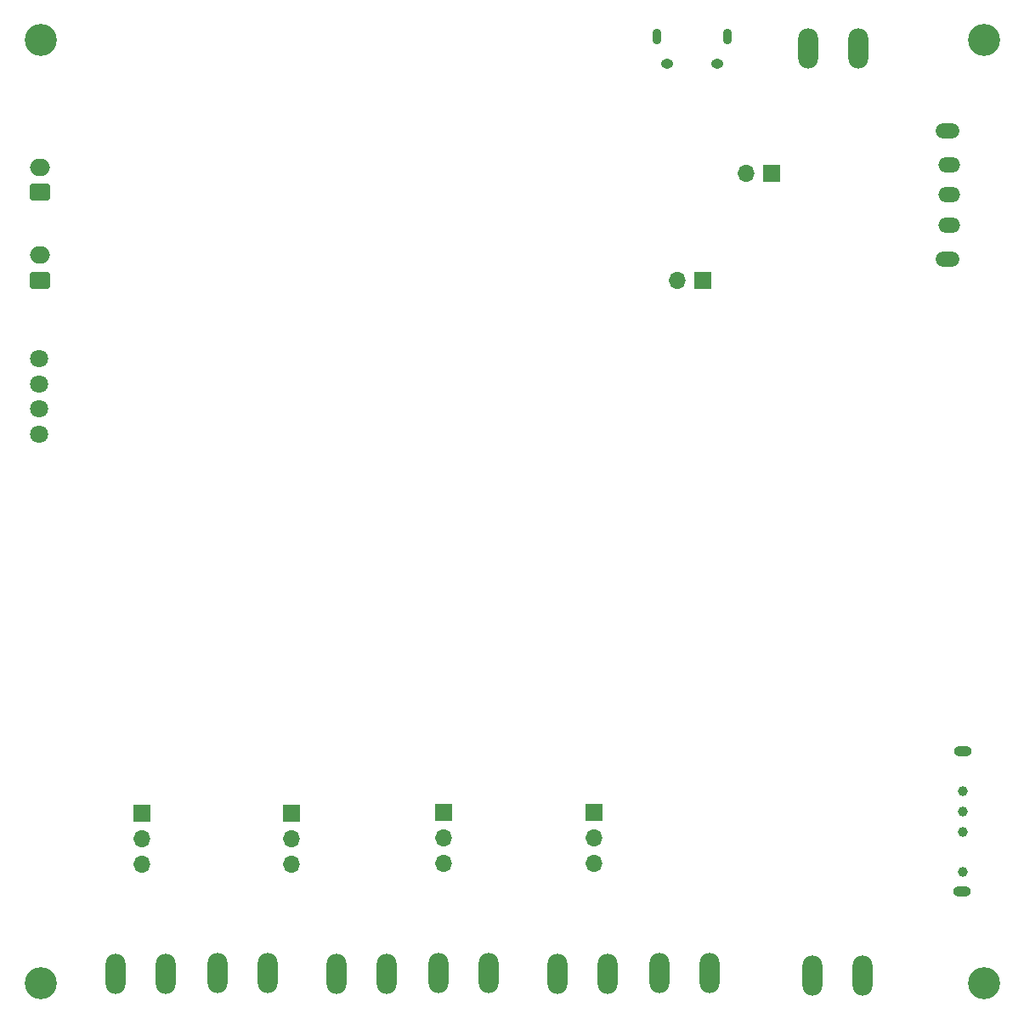
<source format=gbs>
G04 #@! TF.GenerationSoftware,KiCad,Pcbnew,7.0.10-7.0.10~ubuntu20.04.1*
G04 #@! TF.CreationDate,2024-02-22T17:14:00-03:00*
G04 #@! TF.ProjectId,FluOpti_V3.0,466c754f-7074-4695-9f56-332e302e6b69,rev?*
G04 #@! TF.SameCoordinates,Original*
G04 #@! TF.FileFunction,Soldermask,Bot*
G04 #@! TF.FilePolarity,Negative*
%FSLAX46Y46*%
G04 Gerber Fmt 4.6, Leading zero omitted, Abs format (unit mm)*
G04 Created by KiCad (PCBNEW 7.0.10-7.0.10~ubuntu20.04.1) date 2024-02-22 17:14:00*
%MOMM*%
%LPD*%
G01*
G04 APERTURE LIST*
G04 Aperture macros list*
%AMRoundRect*
0 Rectangle with rounded corners*
0 $1 Rounding radius*
0 $2 $3 $4 $5 $6 $7 $8 $9 X,Y pos of 4 corners*
0 Add a 4 corners polygon primitive as box body*
4,1,4,$2,$3,$4,$5,$6,$7,$8,$9,$2,$3,0*
0 Add four circle primitives for the rounded corners*
1,1,$1+$1,$2,$3*
1,1,$1+$1,$4,$5*
1,1,$1+$1,$6,$7*
1,1,$1+$1,$8,$9*
0 Add four rect primitives between the rounded corners*
20,1,$1+$1,$2,$3,$4,$5,0*
20,1,$1+$1,$4,$5,$6,$7,0*
20,1,$1+$1,$6,$7,$8,$9,0*
20,1,$1+$1,$8,$9,$2,$3,0*%
G04 Aperture macros list end*
%ADD10C,1.800000*%
%ADD11R,1.700000X1.700000*%
%ADD12O,1.700000X1.700000*%
%ADD13C,3.200000*%
%ADD14O,2.000000X4.000000*%
%ADD15RoundRect,0.250000X0.750000X-0.600000X0.750000X0.600000X-0.750000X0.600000X-0.750000X-0.600000X0*%
%ADD16O,2.000000X1.700000*%
%ADD17C,1.000000*%
%ADD18O,1.800000X1.000000*%
%ADD19O,2.200000X1.500000*%
%ADD20O,2.400000X1.500000*%
%ADD21O,0.890000X1.550000*%
%ADD22O,1.250000X0.950000*%
G04 APERTURE END LIST*
D10*
X82850000Y-84750000D03*
X82850000Y-87250000D03*
X82850000Y-89750000D03*
X82850000Y-92250000D03*
D11*
X123175000Y-129975000D03*
D12*
X123175000Y-132515000D03*
X123175000Y-135055000D03*
D13*
X177000000Y-53000000D03*
D14*
X95500000Y-146000000D03*
X90500000Y-146000000D03*
D15*
X82960000Y-68170000D03*
D16*
X82960000Y-65670000D03*
D11*
X138175000Y-129975000D03*
D12*
X138175000Y-132515000D03*
X138175000Y-135055000D03*
D14*
X159450000Y-53800000D03*
X164450000Y-53800000D03*
X139500000Y-146000000D03*
X134500000Y-146000000D03*
X164870000Y-146220000D03*
X159870000Y-146220000D03*
D11*
X155850000Y-66295000D03*
D12*
X153310000Y-66295000D03*
D17*
X174930000Y-135858000D03*
X174930000Y-131858000D03*
X174930000Y-129858000D03*
X174930000Y-127858000D03*
D18*
X174803000Y-137858000D03*
X174930000Y-123858000D03*
D13*
X83000000Y-147000000D03*
D11*
X149010000Y-76980000D03*
D12*
X146470000Y-76980000D03*
D14*
X127640000Y-145980000D03*
X122640000Y-145980000D03*
D11*
X93150000Y-130000000D03*
D12*
X93150000Y-132540000D03*
X93150000Y-135080000D03*
D14*
X105630000Y-145990000D03*
X100630000Y-145990000D03*
X117500000Y-146000000D03*
X112500000Y-146000000D03*
D19*
X173540000Y-65420000D03*
X173540000Y-68420000D03*
X173540000Y-71420000D03*
D20*
X173340000Y-62020000D03*
X173340000Y-74820000D03*
D11*
X108000000Y-130000000D03*
D12*
X108000000Y-132540000D03*
X108000000Y-135080000D03*
D21*
X151430000Y-52680000D03*
D22*
X150430000Y-55380000D03*
X145430000Y-55380000D03*
D21*
X144430000Y-52680000D03*
D13*
X83000000Y-53000000D03*
X177000000Y-147000000D03*
D14*
X149640000Y-145980000D03*
X144640000Y-145980000D03*
D15*
X82960000Y-76920000D03*
D16*
X82960000Y-74420000D03*
M02*

</source>
